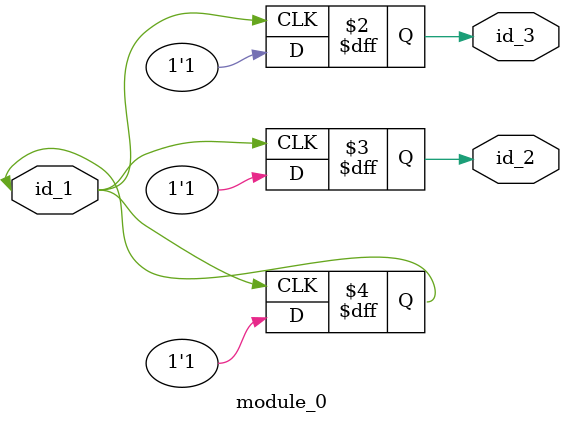
<source format=v>
`timescale 1ps / 1ps
module module_0 (
    id_1,
    id_2,
    id_3
);
  output id_3;
  output id_2;
  inout id_1;
  always @(posedge id_1) begin
    id_1 = 1;
    #1;
    id_3 <= 1;
    id_2 <= #1 1;
    id_1 <= 1;
  end
endmodule

</source>
